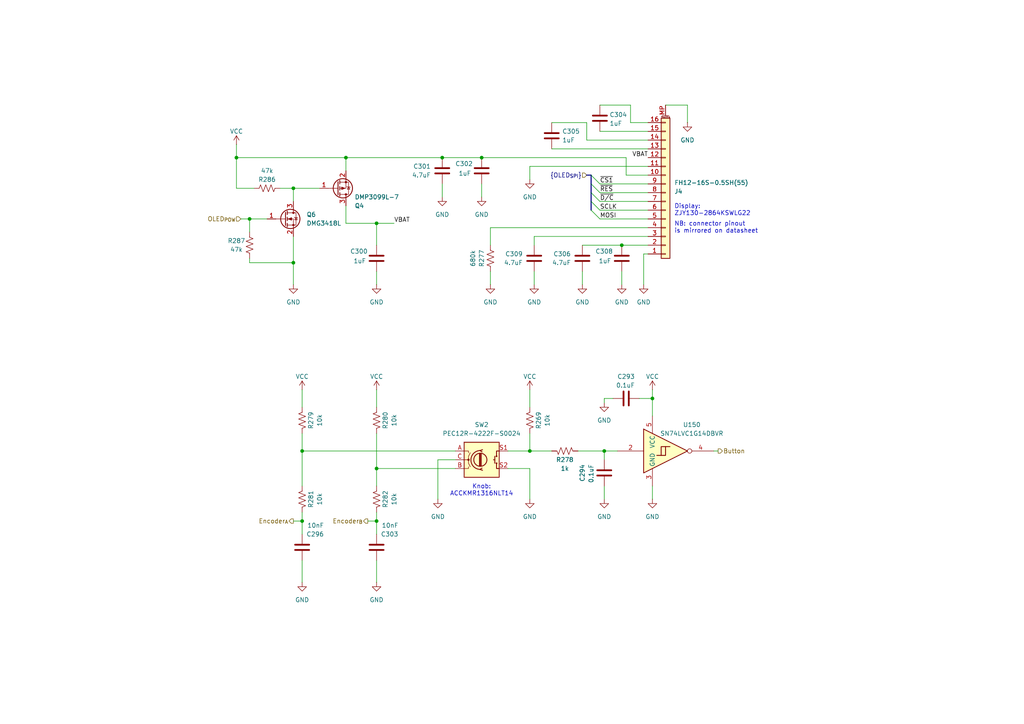
<source format=kicad_sch>
(kicad_sch (version 20250114) (generator "eeschema") (generator_version "9.0")
  (paper "A4")
  (title_block (title "Extracellular Electrophysiology Test Board") (rev "C") (company "Open Ephys, Inc") (comment 1 "Jonathan P. Newman"))
  (lib_symbols
    (symbol "74xGxx:74LVC1G14"
      (property "Reference" "U" (at 0 3.81 0))
      (property "Value" "74LVC1G14" (at 0 -3.81 0))
      (symbol "74LVC1G14_0_1"
        (polyline (pts (xy -7.62 6.35) (xy -7.62 -6.35) (xy 5.08 0) (xy -7.62 6.35)) (stroke (width 0.254)) (fill (type background)))
      )
      (symbol "74LVC1G14_1_1"
        (polyline (pts (xy -3.81 -1.27) (xy -1.27 -1.27) (xy -1.27 1.27)) (stroke (width 0.254)))
        (polyline (pts (xy -2.54 -1.27) (xy -2.54 1.27) (xy 0 1.27)) (stroke (width 0.254)))
        (pin input line (at -15.24 0 0) (length 7.62) (name "~") (number "2"))
        (pin no_connect line (at -7.62 5.08 180) (length 5.08) (hide yes) (name "NC") (number "1"))
        (pin power_in line (at -5.08 10.16 270) (length 5.08) (name "VCC") (number "5"))
        (pin power_in line (at -5.08 -10.16 90) (length 5.08) (name "GND") (number "3"))
        (pin output inverted (at 12.7 0 180) (length 7.62) (name "~") (number "4"))
      )
    )
    (symbol "Connector_Generic_MountingPin:Conn_01x16_MountingPin" (pin_names (offset 1.016) (hide yes))
      (property "Reference" "J" (at 0 20.32 0))
      (property "Value" "Conn_01x16_MountingPin" (at 1.27 -22.86 0))
      (symbol "Conn_01x16_MountingPin_1_1"
        (rectangle (start -1.27 19.05) (end 1.27 -21.59) (stroke (width 0.254)) (fill (type background)))
        (rectangle (start -1.27 17.907) (end 0 17.653) (stroke (width 0.1524)))
        (rectangle (start -1.27 15.367) (end 0 15.113) (stroke (width 0.1524)))
        (rectangle (start -1.27 12.827) (end 0 12.573) (stroke (width 0.1524)))
        (rectangle (start -1.27 10.287) (end 0 10.033) (stroke (width 0.1524)))
        (rectangle (start -1.27 7.747) (end 0 7.493) (stroke (width 0.1524)))
        (rectangle (start -1.27 5.207) (end 0 4.953) (stroke (width 0.1524)))
        (rectangle (start -1.27 2.667) (end 0 2.413) (stroke (width 0.1524)))
        (rectangle (start -1.27 0.127) (end 0 -0.127) (stroke (width 0.1524)))
        (rectangle (start -1.27 -2.413) (end 0 -2.667) (stroke (width 0.1524)))
        (rectangle (start -1.27 -4.953) (end 0 -5.207) (stroke (width 0.1524)))
        (rectangle (start -1.27 -7.493) (end 0 -7.747) (stroke (width 0.1524)))
        (rectangle (start -1.27 -10.033) (end 0 -10.287) (stroke (width 0.1524)))
        (rectangle (start -1.27 -12.573) (end 0 -12.827) (stroke (width 0.1524)))
        (rectangle (start -1.27 -15.113) (end 0 -15.367) (stroke (width 0.1524)))
        (rectangle (start -1.27 -17.653) (end 0 -17.907) (stroke (width 0.1524)))
        (rectangle (start -1.27 -20.193) (end 0 -20.447) (stroke (width 0.1524)))
        (polyline (pts (xy -1.016 -22.352) (xy 1.016 -22.352)) (stroke (width 0.1524)))
        (text "Mounting" (at 0 -21.971 0) (effects (font (size 0.381 0.381))))
        (pin passive line (at -5.08 17.78 0) (length 3.81) (name "Pin_1") (number "1"))
        (pin passive line (at -5.08 15.24 0) (length 3.81) (name "Pin_2") (number "2"))
        (pin passive line (at -5.08 12.7 0) (length 3.81) (name "Pin_3") (number "3"))
        (pin passive line (at -5.08 10.16 0) (length 3.81) (name "Pin_4") (number "4"))
        (pin passive line (at -5.08 7.62 0) (length 3.81) (name "Pin_5") (number "5"))
        (pin passive line (at -5.08 5.08 0) (length 3.81) (name "Pin_6") (number "6"))
        (pin passive line (at -5.08 2.54 0) (length 3.81) (name "Pin_7") (number "7"))
        (pin passive line (at -5.08 0 0) (length 3.81) (name "Pin_8") (number "8"))
        (pin passive line (at -5.08 -2.54 0) (length 3.81) (name "Pin_9") (number "9"))
        (pin passive line (at -5.08 -5.08 0) (length 3.81) (name "Pin_10") (number "10"))
        (pin passive line (at -5.08 -7.62 0) (length 3.81) (name "Pin_11") (number "11"))
        (pin passive line (at -5.08 -10.16 0) (length 3.81) (name "Pin_12") (number "12"))
        (pin passive line (at -5.08 -12.7 0) (length 3.81) (name "Pin_13") (number "13"))
        (pin passive line (at -5.08 -15.24 0) (length 3.81) (name "Pin_14") (number "14"))
        (pin passive line (at -5.08 -17.78 0) (length 3.81) (name "Pin_15") (number "15"))
        (pin passive line (at -5.08 -20.32 0) (length 3.81) (name "Pin_16") (number "16"))
        (pin passive line (at 0 -25.4 90) (length 3.048) (name "MountPin") (number "MP"))
      )
    )
    (symbol "Device:C" (pin_numbers (hide yes)) (pin_names (offset 0.254))
      (property "Reference" "C" (at 0.635 2.54 0))
      (property "Value" "C" (at 0.635 -2.54 0))
      (symbol "C_0_1"
        (polyline (pts (xy -2.032 0.762) (xy 2.032 0.762)) (stroke (width 0.508)))
        (polyline (pts (xy -2.032 -0.762) (xy 2.032 -0.762)) (stroke (width 0.508)))
      )
      (symbol "C_1_1"
        (pin passive line (at 0 3.81 270) (length 2.794) (name "~") (number "1"))
        (pin passive line (at 0 -3.81 90) (length 2.794) (name "~") (number "2"))
      )
    )
    (symbol "Device:R_US" (pin_numbers (hide yes)) (pin_names (offset 0))
      (property "Reference" "R" (at 2.54 0 90))
      (property "Value" "R_US" (at -2.54 0 90))
      (symbol "R_US_0_1"
        (polyline (pts (xy 0 2.286) (xy 0 2.54)))
        (polyline (pts (xy 0 2.286) (xy 1.016 1.905) (xy 0 1.524) (xy -1.016 1.143) (xy 0 0.762)))
        (polyline (pts (xy 0 0.762) (xy 1.016 0.381) (xy 0 0) (xy -1.016 -0.381) (xy 0 -0.762)))
        (polyline (pts (xy 0 -0.762) (xy 1.016 -1.143) (xy 0 -1.524) (xy -1.016 -1.905) (xy 0 -2.286)))
        (polyline (pts (xy 0 -2.286) (xy 0 -2.54)))
      )
      (symbol "R_US_1_1"
        (pin passive line (at 0 3.81 270) (length 1.27) (name "~") (number "1"))
        (pin passive line (at 0 -3.81 90) (length 1.27) (name "~") (number "2"))
      )
    )
    (symbol "Device:RotaryEncoder_Switch" (pin_names (offset 0.254) (hide yes))
      (property "Reference" "SW" (at 0 6.604 0))
      (property "Value" "RotaryEncoder_Switch" (at 0 -6.604 0))
      (symbol "RotaryEncoder_Switch_0_1"
        (rectangle (start -5.08 5.08) (end 5.08 -5.08) (stroke (width 0.254)) (fill (type background)))
        (polyline (pts (xy -5.08 2.54) (xy -3.81 2.54) (xy -3.81 2.032)))
        (polyline (pts (xy -5.08 0) (xy -3.81 0) (xy -3.81 -1.016) (xy -3.302 -2.032)))
        (polyline (pts (xy -5.08 -2.54) (xy -3.81 -2.54) (xy -3.81 -2.032)))
        (polyline (pts (xy -4.318 0) (xy -3.81 0) (xy -3.81 1.016) (xy -3.302 2.032)))
        (circle (center -3.81 0) (radius 0.254) (fill (type outline)))
        (polyline (pts (xy -0.635 -1.778) (xy -0.635 1.778)) (stroke (width 0.254)))
        (circle (center -0.381 0) (radius 1.905) (stroke (width 0.254)))
        (polyline (pts (xy -0.381 -1.778) (xy -0.381 1.778)) (stroke (width 0.254)))
        (arc (start -0.381 -2.794) (mid -3.0988 -0.0635) (end -0.381 2.667) (stroke (width 0.254)))
        (polyline (pts (xy -0.127 1.778) (xy -0.127 -1.778)) (stroke (width 0.254)))
        (polyline (pts (xy 0.254 2.921) (xy -0.508 2.667) (xy 0.127 2.286)) (stroke (width 0.254)))
        (polyline (pts (xy 0.254 -3.048) (xy -0.508 -2.794) (xy 0.127 -2.413)) (stroke (width 0.254)))
        (polyline (pts (xy 3.81 1.016) (xy 3.81 -1.016)) (stroke (width 0.254)))
        (polyline (pts (xy 3.81 0) (xy 3.429 0)) (stroke (width 0.254)))
        (circle (center 4.318 1.016) (radius 0.127) (stroke (width 0.254)))
        (circle (center 4.318 -1.016) (radius 0.127) (stroke (width 0.254)))
        (polyline (pts (xy 5.08 2.54) (xy 4.318 2.54) (xy 4.318 1.016)) (stroke (width 0.254)))
        (polyline (pts (xy 5.08 -2.54) (xy 4.318 -2.54) (xy 4.318 -1.016)) (stroke (width 0.254)))
      )
      (symbol "RotaryEncoder_Switch_1_1"
        (pin passive line (at -7.62 2.54 0) (length 2.54) (name "A") (number "A"))
        (pin passive line (at -7.62 0 0) (length 2.54) (name "C") (number "C"))
        (pin passive line (at -7.62 -2.54 0) (length 2.54) (name "B") (number "B"))
        (pin passive line (at 7.62 2.54 180) (length 2.54) (name "S1") (number "S1"))
        (pin passive line (at 7.62 -2.54 180) (length 2.54) (name "S2") (number "S2"))
      )
    )
    (symbol "Transistor_FET:DMG2301L" (pin_names (hide yes))
      (property "Reference" "Q" (at 5.08 1.905 0))
      (property "Value" "DMG2301L" (at 5.08 0 0))
      (symbol "DMG2301L_0_1"
        (polyline (pts (xy 0.254 1.905) (xy 0.254 -1.905)) (stroke (width 0.254)))
        (polyline (pts (xy 0.254 0) (xy -2.54 0)))
        (polyline (pts (xy 0.762 2.286) (xy 0.762 1.27)) (stroke (width 0.254)))
        (polyline (pts (xy 0.762 1.778) (xy 3.302 1.778) (xy 3.302 -1.778) (xy 0.762 -1.778)))
        (polyline (pts (xy 0.762 0.508) (xy 0.762 -0.508)) (stroke (width 0.254)))
        (polyline (pts (xy 0.762 -1.27) (xy 0.762 -2.286)) (stroke (width 0.254)))
        (circle (center 1.651 0) (radius 2.794) (stroke (width 0.254)))
        (polyline (pts (xy 2.286 0) (xy 1.27 0.381) (xy 1.27 -0.381) (xy 2.286 0)) (fill (type outline)))
        (polyline (pts (xy 2.54 2.54) (xy 2.54 1.778)))
        (circle (center 2.54 1.778) (radius 0.254) (fill (type outline)))
        (circle (center 2.54 -1.778) (radius 0.254) (fill (type outline)))
        (polyline (pts (xy 2.54 -2.54) (xy 2.54 0) (xy 0.762 0)))
        (polyline (pts (xy 2.794 -0.508) (xy 2.921 -0.381) (xy 3.683 -0.381) (xy 3.81 -0.254)))
        (polyline (pts (xy 3.302 -0.381) (xy 2.921 0.254) (xy 3.683 0.254) (xy 3.302 -0.381)))
      )
      (symbol "DMG2301L_1_1"
        (pin input line (at -5.08 0 0) (length 2.54) (name "G") (number "1"))
        (pin passive line (at 2.54 5.08 270) (length 2.54) (name "D") (number "3"))
        (pin passive line (at 2.54 -5.08 90) (length 2.54) (name "S") (number "2"))
      )
    )
    (symbol "Transistor_FET:DMG3414U" (pin_names (hide yes))
      (property "Reference" "Q" (at 5.08 1.905 0))
      (property "Value" "DMG3414U" (at 5.08 0 0))
      (symbol "DMG3414U_0_1"
        (polyline (pts (xy 0.254 1.905) (xy 0.254 -1.905)) (stroke (width 0.254)))
        (polyline (pts (xy 0.254 0) (xy -2.54 0)))
        (polyline (pts (xy 0.762 2.286) (xy 0.762 1.27)) (stroke (width 0.254)))
        (polyline (pts (xy 0.762 0.508) (xy 0.762 -0.508)) (stroke (width 0.254)))
        (polyline (pts (xy 0.762 -1.27) (xy 0.762 -2.286)) (stroke (width 0.254)))
        (polyline (pts (xy 0.762 -1.778) (xy 3.302 -1.778) (xy 3.302 1.778) (xy 0.762 1.778)))
        (polyline (pts (xy 1.016 0) (xy 2.032 0.381) (xy 2.032 -0.381) (xy 1.016 0)) (fill (type outline)))
        (circle (center 1.651 0) (radius 2.794) (stroke (width 0.254)))
        (polyline (pts (xy 2.54 2.54) (xy 2.54 1.778)))
        (circle (center 2.54 1.778) (radius 0.254) (fill (type outline)))
        (circle (center 2.54 -1.778) (radius 0.254) (fill (type outline)))
        (polyline (pts (xy 2.54 -2.54) (xy 2.54 0) (xy 0.762 0)))
        (polyline (pts (xy 2.794 0.508) (xy 2.921 0.381) (xy 3.683 0.381) (xy 3.81 0.254)))
        (polyline (pts (xy 3.302 0.381) (xy 2.921 -0.254) (xy 3.683 -0.254) (xy 3.302 0.381)))
      )
      (symbol "DMG3414U_1_1"
        (pin input line (at -5.08 0 0) (length 2.54) (name "G") (number "1"))
        (pin passive line (at 2.54 5.08 270) (length 2.54) (name "D") (number "3"))
        (pin passive line (at 2.54 -5.08 90) (length 2.54) (name "S") (number "2"))
      )
    )
    (symbol "power:GND" (power) (pin_numbers (hide yes)) (pin_names (offset 0) (hide yes))
      (property "Value" "GND" (at 0 -3.81 0))
      (symbol "GND_0_1"
        (polyline (pts (xy 0 0) (xy 0 -1.27) (xy 1.27 -1.27) (xy 0 -2.54) (xy -1.27 -1.27) (xy 0 -1.27)))
      )
      (symbol "GND_1_1"
        (pin power_in line (at 0 0 270) (length 0) (name "~") (number "1"))
      )
    )
    (symbol "power:VCC" (power) (pin_numbers (hide yes)) (pin_names (offset 0) (hide yes))
      (property "Value" "VCC" (at 0 3.556 0))
      (symbol "VCC_0_1"
        (polyline (pts (xy -0.762 1.27) (xy 0 2.54)))
        (polyline (pts (xy 0 2.54) (xy 0.762 1.27)))
        (polyline (pts (xy 0 0) (xy 0 2.54)))
      )
      (symbol "VCC_1_1"
        (pin power_in line (at 0 0 90) (length 0) (name "~") (number "1"))
      )
    )
  )
  (bus_alias "OLED_{SPI}" (members "~{RES}" "~{D/C}" "~{CS1}" "SCLK" "MOSI"))
  (text "Display:\nZJY130-2864KSWLG22" (at 195.58 60.96 0) (effects (font (size 1.27 1.27)) (justify left)))
  (text "Knob:\nACCKMR1316NLT14" (at 139.7 142.24 0) (effects (font (size 1.27 1.27))))
  (text "NB: connector pinout\nis mirrored on datasheet" (at 195.58 66.04 0) (effects (font (size 1.27 1.27)) (justify left)))
  (junction (at 139.7 45.72))
  (junction (at 128.27 45.72))
  (junction (at 85.09 76.2))
  (junction (at 72.39 63.5))
  (junction (at 100.33 45.72))
  (junction (at 180.34 71.12))
  (junction (at 68.58 45.72))
  (junction (at 153.67 130.81))
  (junction (at 87.63 151.13))
  (junction (at 87.63 130.81))
  (junction (at 85.09 54.61))
  (junction (at 189.23 115.57))
  (junction (at 175.26 130.81))
  (junction (at 109.22 135.89))
  (junction (at 109.22 64.77))
  (junction (at 109.22 151.13))
  (bus_entry (at 171.45 55.88) (size 2.54 2.54))
  (bus_entry (at 171.45 60.96) (size 2.54 2.54))
  (bus_entry (at 171.45 58.42) (size 2.54 2.54))
  (bus_entry (at 171.45 53.34) (size 2.54 2.54))
  (bus_entry (at 171.45 50.8) (size 2.54 2.54))
  (wire (pts (xy 187.96 68.58) (xy 154.94 68.58)))
  (wire (pts (xy 106.68 151.13) (xy 109.22 151.13)))
  (wire (pts (xy 173.99 58.42) (xy 187.96 58.42)))
  (wire (pts (xy 109.22 148.59) (xy 109.22 151.13)))
  (wire (pts (xy 77.47 63.5) (xy 72.39 63.5)))
  (wire (pts (xy 72.39 63.5) (xy 72.39 67.31)))
  (wire (pts (xy 175.26 116.84) (xy 175.26 115.57)))
  (wire (pts (xy 175.26 140.97) (xy 175.26 144.78)))
  (wire (pts (xy 87.63 151.13) (xy 87.63 154.94)))
  (wire (pts (xy 147.32 130.81) (xy 153.67 130.81)))
  (wire (pts (xy 68.58 54.61) (xy 73.66 54.61)))
  (wire (pts (xy 68.58 45.72) (xy 100.33 45.72)))
  (wire (pts (xy 109.22 113.03) (xy 109.22 118.11)))
  (wire (pts (xy 199.39 30.48) (xy 199.39 35.56)))
  (wire (pts (xy 100.33 64.77) (xy 109.22 64.77)))
  (wire (pts (xy 109.22 78.74) (xy 109.22 82.55)))
  (wire (pts (xy 170.18 40.64) (xy 187.96 40.64)))
  (bus (pts (xy 171.45 53.34) (xy 171.45 55.88)))
  (wire (pts (xy 181.61 45.72) (xy 181.61 50.8)))
  (wire (pts (xy 154.94 68.58) (xy 154.94 71.12)))
  (wire (pts (xy 87.63 162.56) (xy 87.63 168.91)))
  (wire (pts (xy 173.99 55.88) (xy 187.96 55.88)))
  (wire (pts (xy 193.04 30.48) (xy 199.39 30.48)))
  (wire (pts (xy 180.34 78.74) (xy 180.34 82.55)))
  (wire (pts (xy 85.09 68.58) (xy 85.09 76.2)))
  (wire (pts (xy 175.26 130.81) (xy 175.26 133.35)))
  (wire (pts (xy 109.22 135.89) (xy 109.22 140.97)))
  (wire (pts (xy 87.63 113.03) (xy 87.63 118.11)))
  (wire (pts (xy 153.67 125.73) (xy 153.67 130.81)))
  (wire (pts (xy 142.24 66.04) (xy 187.96 66.04)))
  (wire (pts (xy 173.99 63.5) (xy 187.96 63.5)))
  (wire (pts (xy 128.27 53.34) (xy 128.27 57.15)))
  (bus (pts (xy 171.45 58.42) (xy 171.45 60.96)))
  (wire (pts (xy 72.39 74.93) (xy 72.39 76.2)))
  (wire (pts (xy 142.24 78.74) (xy 142.24 82.55)))
  (wire (pts (xy 127 133.35) (xy 127 144.78)))
  (wire (pts (xy 175.26 115.57) (xy 177.8 115.57)))
  (wire (pts (xy 87.63 130.81) (xy 87.63 140.97)))
  (wire (pts (xy 139.7 53.34) (xy 139.7 57.15)))
  (wire (pts (xy 142.24 66.04) (xy 142.24 71.12)))
  (wire (pts (xy 175.26 130.81) (xy 179.07 130.81)))
  (wire (pts (xy 170.18 35.56) (xy 170.18 40.64)))
  (wire (pts (xy 109.22 162.56) (xy 109.22 168.91)))
  (wire (pts (xy 72.39 76.2) (xy 85.09 76.2)))
  (wire (pts (xy 189.23 140.97) (xy 189.23 144.78)))
  (wire (pts (xy 85.09 151.13) (xy 87.63 151.13)))
  (wire (pts (xy 168.91 71.12) (xy 180.34 71.12)))
  (wire (pts (xy 185.42 115.57) (xy 189.23 115.57)))
  (wire (pts (xy 181.61 50.8) (xy 187.96 50.8)))
  (wire (pts (xy 173.99 60.96) (xy 187.96 60.96)))
  (wire (pts (xy 85.09 54.61) (xy 92.71 54.61)))
  (wire (pts (xy 153.67 48.26) (xy 153.67 52.07)))
  (wire (pts (xy 68.58 41.91) (xy 68.58 45.72)))
  (wire (pts (xy 132.08 133.35) (xy 127 133.35)))
  (wire (pts (xy 109.22 151.13) (xy 109.22 154.94)))
  (wire (pts (xy 153.67 135.89) (xy 153.67 144.78)))
  (wire (pts (xy 173.99 30.48) (xy 182.88 30.48)))
  (wire (pts (xy 128.27 45.72) (xy 139.7 45.72)))
  (wire (pts (xy 139.7 45.72) (xy 181.61 45.72)))
  (wire (pts (xy 85.09 76.2) (xy 85.09 82.55)))
  (wire (pts (xy 186.69 73.66) (xy 186.69 82.55)))
  (wire (pts (xy 100.33 59.69) (xy 100.33 64.77)))
  (wire (pts (xy 85.09 54.61) (xy 85.09 58.42)))
  (wire (pts (xy 109.22 135.89) (xy 132.08 135.89)))
  (wire (pts (xy 87.63 130.81) (xy 132.08 130.81)))
  (bus (pts (xy 171.45 55.88) (xy 171.45 58.42)))
  (wire (pts (xy 100.33 45.72) (xy 100.33 49.53)))
  (wire (pts (xy 168.91 78.74) (xy 168.91 82.55)))
  (wire (pts (xy 68.58 54.61) (xy 68.58 45.72)))
  (wire (pts (xy 153.67 130.81) (xy 160.02 130.81)))
  (wire (pts (xy 167.64 130.81) (xy 175.26 130.81)))
  (wire (pts (xy 109.22 71.12) (xy 109.22 64.77)))
  (wire (pts (xy 182.88 30.48) (xy 182.88 35.56)))
  (wire (pts (xy 109.22 64.77) (xy 114.3 64.77)))
  (wire (pts (xy 160.02 35.56) (xy 170.18 35.56)))
  (bus (pts (xy 171.45 50.8) (xy 171.45 53.34)))
  (wire (pts (xy 189.23 115.57) (xy 189.23 120.65)))
  (wire (pts (xy 109.22 125.73) (xy 109.22 135.89)))
  (wire (pts (xy 153.67 48.26) (xy 187.96 48.26)))
  (wire (pts (xy 160.02 43.18) (xy 187.96 43.18)))
  (wire (pts (xy 87.63 148.59) (xy 87.63 151.13)))
  (wire (pts (xy 72.39 63.5) (xy 69.85 63.5)))
  (wire (pts (xy 81.28 54.61) (xy 85.09 54.61)))
  (wire (pts (xy 173.99 53.34) (xy 187.96 53.34)))
  (wire (pts (xy 153.67 113.03) (xy 153.67 118.11)))
  (bus (pts (xy 170.18 50.8) (xy 171.45 50.8)))
  (wire (pts (xy 180.34 71.12) (xy 187.96 71.12)))
  (wire (pts (xy 147.32 135.89) (xy 153.67 135.89)))
  (wire (pts (xy 154.94 78.74) (xy 154.94 82.55)))
  (wire (pts (xy 189.23 113.03) (xy 189.23 115.57)))
  (wire (pts (xy 87.63 125.73) (xy 87.63 130.81)))
  (wire (pts (xy 187.96 35.56) (xy 182.88 35.56)))
  (wire (pts (xy 173.99 38.1) (xy 187.96 38.1)))
  (wire (pts (xy 187.96 73.66) (xy 186.69 73.66)))
  (wire (pts (xy 208.28 130.81) (xy 207.01 130.81)))
  (wire (pts (xy 100.33 45.72) (xy 128.27 45.72)))
  (label "VBAT" (at 187.96 45.72 180))
  (label "~{CS1}" (at 173.99 53.34 0))
  (label "~{D{slash}C}" (at 173.99 58.42 0))
  (label "SCLK" (at 173.99 60.96 0))
  (label "MOSI" (at 173.99 63.5 0))
  (label "VBAT" (at 114.3 64.77 0))
  (label "~{RES}" (at 173.99 55.88 0))
  (hierarchical_label "Encoder_{B}" (shape output) (at 106.68 151.13 180))
  (hierarchical_label "{OLED_{SPI}}" (shape input) (at 170.18 50.8 180))
  (hierarchical_label "Encoder_{A}" (shape output) (at 85.09 151.13 180))
  (hierarchical_label "OLED_{POW}" (shape input) (at 69.85 63.5 180))
  (hierarchical_label "Button" (shape output) (at 208.28 130.81 0))
  (symbol (lib_id "Device:R_US") (at 77.47 54.61 270) (unit 1)
    (property "Reference" "R286" (at 77.47 52.07 90))
    (property "Value" "47k" (at 77.47 49.53 90))
    (property "Footprint" "Resistor_SMD:R_0402_1005Metric" (effects (hide yes)))
    (property "Description" "Resistor, US symbol" (effects (hide yes)))
    (property "MPN" "ERJ-2RKF4702X" (effects (hide yes)))
    (property "OEPSPN" "OEPS020017" (effects (hide yes)))
  )
  (symbol (lib_id "power:GND") (at 175.26 116.84 0) (mirror y) (unit 1)
    (property "Reference" "#PWR0743" (effects (hide yes)))
    (property "Value" "GND" (at 175.26 121.92 0))
    (property "Description" "Power symbol creates a global label with name \"GND\" , ground" (effects (hide yes)))
  )
  (symbol (lib_id "Device:R_US") (at 87.63 121.92 0) (mirror y) (unit 1)
    (property "Reference" "R279" (at 90.17 121.92 90))
    (property "Value" "10k" (at 92.71 121.92 90))
    (property "Footprint" "Resistor_SMD:R_0402_1005Metric" (effects (hide yes)))
    (property "Description" "Resistor, US symbol" (effects (hide yes)))
    (property "MPN" "CRCW040210K0FKED" (effects (hide yes)))
    (property "OEPSPN" "OEPS020030" (effects (hide yes)))
  )
  (symbol (lib_id "Device:C") (at 109.22 158.75 0) (unit 1)
    (property "Reference" "C303" (at 115.57 154.94 0) (effects (justify right)))
    (property "Value" "10nF" (at 115.57 152.4 0) (effects (justify right)))
    (property "Footprint" "Capacitor_SMD:C_0402_1005Metric" (effects (hide yes)))
    (property "Description" "Unpolarized capacitor" (effects (hide yes)))
    (property "TempCo" "X7R" (effects (hide yes)))
    (property "MPN" "GRM155R71E103KA01D" (effects (hide yes)))
    (property "OEPSPN" "OEPS010067" (effects (hide yes)))
  )
  (symbol (lib_id "Transistor_FET:DMG3414U") (at 82.55 63.5 0) (unit 1)
    (property "Reference" "Q6" (at 88.9 62.2299 0) (effects (justify left)))
    (property "Value" "DMG3418L" (at 88.9 64.7699 0) (effects (justify left)))
    (property "Footprint" "Package_TO_SOT_SMD:SOT-23" (effects (hide yes)))
    (property "Datasheet" "http://www.diodes.com/assets/Datasheets/ds31739.pdf" (effects (hide yes)))
    (property "Description" "4.2A Id, 20V Vds, N-Channel MOSFET, SOT-23" (effects (hide yes)))
    (property "MPN" "DMG3418L-7" (effects (hide yes)))
    (property "OEPSPN" "OEPS060019" (effects (hide yes)))
  )
  (symbol (lib_id "power:GND") (at 128.27 57.15 0) (mirror y) (unit 1)
    (property "Reference" "#PWR0760" (effects (hide yes)))
    (property "Value" "GND" (at 128.27 62.23 0))
    (property "Description" "Power symbol creates a global label with name \"GND\" , ground" (effects (hide yes)))
  )
  (symbol (lib_id "Device:C") (at 128.27 49.53 0) (mirror y) (unit 1)
    (property "Reference" "C301" (at 124.968 48.26 0) (effects (justify left)))
    (property "Value" "4.7uF" (at 124.968 50.8 0) (effects (justify left)))
    (property "Footprint" "Capacitor_SMD:C_1206_3216Metric" (effects (hide yes)))
    (property "Description" "Unpolarized capacitor" (effects (hide yes)))
    (property "TempCo" "X7R" (effects (hide yes)))
    (property "Voltage" "16V" (effects (hide yes)))
    (property "MPN" "CL31B475KOHNNNE" (effects (hide yes)))
    (property "OEPSPN" "OEPS010081" (effects (hide yes)))
  )
  (symbol (lib_id "Device:R_US") (at 109.22 121.92 0) (mirror y) (unit 1)
    (property "Reference" "R280" (at 111.76 121.92 90))
    (property "Value" "10k" (at 114.3 121.92 90))
    (property "Footprint" "Resistor_SMD:R_0402_1005Metric" (effects (hide yes)))
    (property "Description" "Resistor, US symbol" (effects (hide yes)))
    (property "MPN" "CRCW040210K0FKED" (effects (hide yes)))
    (property "OEPSPN" "OEPS020030" (effects (hide yes)))
  )
  (symbol (lib_id "power:GND") (at 142.24 82.55 0) (mirror y) (unit 1)
    (property "Reference" "#PWR0762" (effects (hide yes)))
    (property "Value" "GND" (at 142.24 87.63 0))
    (property "Description" "Power symbol creates a global label with name \"GND\" , ground" (effects (hide yes)))
  )
  (symbol (lib_id "power:GND") (at 87.63 168.91 0) (mirror y) (unit 1)
    (property "Reference" "#PWR0767" (effects (hide yes)))
    (property "Value" "GND" (at 87.63 173.99 0))
    (property "Description" "Power symbol creates a global label with name \"GND\" , ground" (effects (hide yes)))
  )
  (symbol (lib_id "power:GND") (at 189.23 144.78 0) (mirror y) (unit 1)
    (property "Reference" "#PWR0745" (effects (hide yes)))
    (property "Value" "GND" (at 189.23 149.86 0))
    (property "Description" "Power symbol creates a global label with name \"GND\" , ground" (effects (hide yes)))
  )
  (symbol (lib_id "power:GND") (at 180.34 82.55 0) (mirror y) (unit 1)
    (property "Reference" "#PWR0792" (effects (hide yes)))
    (property "Value" "GND" (at 180.34 87.63 0))
    (property "Description" "Power symbol creates a global label with name \"GND\" , ground" (effects (hide yes)))
  )
  (symbol (lib_id "power:GND") (at 175.26 144.78 0) (mirror y) (unit 1)
    (property "Reference" "#PWR0750" (effects (hide yes)))
    (property "Value" "GND" (at 175.26 149.86 0))
    (property "Description" "Power symbol creates a global label with name \"GND\" , ground" (effects (hide yes)))
  )
  (symbol (lib_id "Device:C") (at 160.02 39.37 180) (unit 1)
    (property "Reference" "C305" (at 163.068 38.1 0) (effects (justify right)))
    (property "Value" "1uF" (at 163.068 40.64 0) (effects (justify right)))
    (property "Footprint" "Capacitor_SMD:C_0603_1608Metric" (effects (hide yes)))
    (property "Description" "Unpolarized capacitor" (effects (hide yes)))
    (property "TempCo" "X5R" (effects (hide yes)))
    (property "Voltage" "16V" (effects (hide yes)))
    (property "MPN" "CL10A105KA8NNNC" (effects (hide yes)))
    (property "OEPSPN" "OEPS010022" (effects (hide yes)))
  )
  (symbol (lib_id "power:GND") (at 153.67 144.78 0) (mirror y) (unit 1)
    (property "Reference" "#PWR0742" (effects (hide yes)))
    (property "Value" "GND" (at 153.67 149.86 0))
    (property "Description" "Power symbol creates a global label with name \"GND\" , ground" (effects (hide yes)))
  )
  (symbol (lib_id "power:GND") (at 186.69 82.55 0) (mirror y) (unit 1)
    (property "Reference" "#PWR0791" (effects (hide yes)))
    (property "Value" "GND" (at 186.69 87.63 0))
    (property "Description" "Power symbol creates a global label with name \"GND\" , ground" (effects (hide yes)))
  )
  (symbol (lib_id "Device:R_US") (at 142.24 74.93 0) (unit 1)
    (property "Reference" "R277" (at 139.7 74.93 90))
    (property "Value" "680k" (at 137.16 74.93 90))
    (property "Footprint" "Resistor_SMD:R_0402_1005Metric" (effects (hide yes)))
    (property "Description" "Resistor, US symbol" (effects (hide yes)))
    (property "MPN" "RC0402FR-13680KL" (effects (hide yes)))
    (property "OEPSPN" "OEPS020176" (effects (hide yes)))
  )
  (symbol (lib_id "power:GND") (at 127 144.78 0) (mirror y) (unit 1)
    (property "Reference" "#PWR0769" (effects (hide yes)))
    (property "Value" "GND" (at 127 149.86 0))
    (property "Description" "Power symbol creates a global label with name \"GND\" , ground" (effects (hide yes)))
  )
  (symbol (lib_id "power:GND") (at 85.09 82.55 0) (mirror y) (unit 1)
    (property "Reference" "#PWR0794" (effects (hide yes)))
    (property "Value" "GND" (at 85.09 87.63 0))
    (property "Description" "Power symbol creates a global label with name \"GND\" , ground" (effects (hide yes)))
  )
  (symbol (lib_id "Device:C") (at 139.7 49.53 0) (mirror x) (unit 1)
    (property "Reference" "C302" (at 137.16 47.498 0) (effects (justify right)))
    (property "Value" "1uF" (at 136.652 50.292 0) (effects (justify right)))
    (property "Footprint" "Capacitor_SMD:C_0603_1608Metric" (effects (hide yes)))
    (property "Description" "Unpolarized capacitor" (effects (hide yes)))
    (property "TempCo" "X5R" (effects (hide yes)))
    (property "Voltage" "16V" (effects (hide yes)))
    (property "MPN" "CL10A105KA8NNNC" (effects (hide yes)))
    (property "OEPSPN" "OEPS010022" (effects (hide yes)))
  )
  (symbol (lib_id "power:GND") (at 109.22 168.91 0) (mirror y) (unit 1)
    (property "Reference" "#PWR0768" (effects (hide yes)))
    (property "Value" "GND" (at 109.22 173.99 0))
    (property "Description" "Power symbol creates a global label with name \"GND\" , ground" (effects (hide yes)))
  )
  (symbol (lib_id "Device:C") (at 168.91 74.93 0) (mirror y) (unit 1)
    (property "Reference" "C306" (at 165.608 73.66 0) (effects (justify left)))
    (property "Value" "4.7uF" (at 165.608 76.2 0) (effects (justify left)))
    (property "Footprint" "Capacitor_SMD:C_1206_3216Metric" (effects (hide yes)))
    (property "Description" "Unpolarized capacitor" (effects (hide yes)))
    (property "TempCo" "X7R" (effects (hide yes)))
    (property "Voltage" "16V" (effects (hide yes)))
    (property "MPN" "CL31B475KOHNNNE" (effects (hide yes)))
    (property "OEPSPN" "OEPS010081" (effects (hide yes)))
  )
  (symbol (lib_id "Device:R_US") (at 153.67 121.92 0) (mirror y) (unit 1)
    (property "Reference" "R269" (at 156.21 121.92 90))
    (property "Value" "10k" (at 158.75 121.92 90))
    (property "Footprint" "Resistor_SMD:R_0402_1005Metric" (effects (hide yes)))
    (property "Description" "Resistor, US symbol" (effects (hide yes)))
    (property "MPN" "CRCW040210K0FKED" (effects (hide yes)))
    (property "OEPSPN" "OEPS020030" (effects (hide yes)))
  )
  (symbol (lib_id "Device:C") (at 175.26 137.16 0) (unit 1)
    (property "Reference" "C294" (at 168.91 134.62 90) (effects (justify right)))
    (property "Value" "0.1uF" (at 171.45 134.62 90) (effects (justify right)))
    (property "Footprint" "Capacitor_SMD:C_0402_1005Metric" (effects (hide yes)))
    (property "Description" "Unpolarized capacitor" (effects (hide yes)))
    (property "TempCo" "X7R" (effects (hide yes)))
    (property "MPN" "C1005X7R1E104K050BB" (effects (hide yes)))
    (property "OEPSPN" "OEPS010050" (effects (hide yes)))
  )
  (symbol (lib_id "power:GND") (at 199.39 35.56 0) (mirror y) (unit 1)
    (property "Reference" "#PWR0793" (effects (hide yes)))
    (property "Value" "GND" (at 199.39 40.64 0))
    (property "Description" "Power symbol creates a global label with name \"GND\" , ground" (effects (hide yes)))
  )
  (symbol (lib_id "Device:C") (at 180.34 74.93 0) (mirror x) (unit 1)
    (property "Reference" "C308" (at 177.8 72.898 0) (effects (justify right)))
    (property "Value" "1uF" (at 177.292 75.692 0) (effects (justify right)))
    (property "Footprint" "Capacitor_SMD:C_0603_1608Metric" (effects (hide yes)))
    (property "Description" "Unpolarized capacitor" (effects (hide yes)))
    (property "TempCo" "X5R" (effects (hide yes)))
    (property "Voltage" "16V" (effects (hide yes)))
    (property "MPN" "CL10A105KA8NNNC" (effects (hide yes)))
    (property "OEPSPN" "OEPS010022" (effects (hide yes)))
  )
  (symbol (lib_id "power:GND") (at 153.67 52.07 0) (mirror y) (unit 1)
    (property "Reference" "#PWR013" (effects (hide yes)))
    (property "Value" "GND" (at 153.67 57.15 0))
    (property "Description" "Power symbol creates a global label with name \"GND\" , ground" (effects (hide yes)))
  )
  (symbol (lib_id "power:VCC") (at 189.23 113.03 0) (mirror y) (unit 1)
    (property "Reference" "#PWR0744" (effects (hide yes)))
    (property "Value" "VCC" (at 189.23 109.22 0))
    (property "Description" "Power symbol creates a global label with name \"VCC\"" (effects (hide yes)))
  )
  (symbol (lib_id "74xGxx:74LVC1G14") (at 194.31 130.81 0) (unit 1)
    (property "Reference" "U150" (at 200.66 123.19 0))
    (property "Value" "SN74LVC1G14DBVR" (at 200.66 125.73 0))
    (property "Footprint" "Package_TO_SOT_SMD:SOT-23-5" (effects (hide yes)))
    (property "Datasheet" "https://www.ti.com/lit/sg/scyt129e/scyt129e.pdf" (effects (hide yes)))
    (property "Description" "Single Schmitt NOT Gate, Low-Voltage CMOS" (effects (hide yes)))
    (property "MPN" "SN74LVC1G14DBVR" (effects (hide yes)))
    (property "OEPSPN" "OEPS080160" (effects (hide yes)))
  )
  (symbol (lib_id "power:VCC") (at 87.63 113.03 0) (mirror y) (unit 1)
    (property "Reference" "#PWR0765" (effects (hide yes)))
    (property "Value" "VCC" (at 87.63 109.22 0))
    (property "Description" "Power symbol creates a global label with name \"VCC\"" (effects (hide yes)))
  )
  (symbol (lib_id "power:GND") (at 139.7 57.15 0) (mirror y) (unit 1)
    (property "Reference" "#PWR0761" (effects (hide yes)))
    (property "Value" "GND" (at 139.7 62.23 0))
    (property "Description" "Power symbol creates a global label with name \"GND\" , ground" (effects (hide yes)))
  )
  (symbol (lib_id "Device:R_US") (at 163.83 130.81 90) (mirror x) (unit 1)
    (property "Reference" "R278" (at 163.83 133.35 90))
    (property "Value" "1k" (at 163.83 135.89 90))
    (property "Footprint" "Resistor_SMD:R_0402_1005Metric" (effects (hide yes)))
    (property "Description" "Resistor, US symbol" (effects (hide yes)))
    (property "MPN" "CRCW04021K00FKED" (effects (hide yes)))
    (property "OEPSPN" "OEPS020027" (effects (hide yes)))
  )
  (symbol (lib_id "power:VCC") (at 109.22 113.03 0) (mirror y) (unit 1)
    (property "Reference" "#PWR0766" (effects (hide yes)))
    (property "Value" "VCC" (at 109.22 109.22 0))
    (property "Description" "Power symbol creates a global label with name \"VCC\"" (effects (hide yes)))
  )
  (symbol (lib_id "Device:C") (at 154.94 74.93 0) (mirror y) (unit 1)
    (property "Reference" "C309" (at 151.638 73.66 0) (effects (justify left)))
    (property "Value" "4.7uF" (at 151.638 76.2 0) (effects (justify left)))
    (property "Footprint" "Capacitor_SMD:C_1206_3216Metric" (effects (hide yes)))
    (property "Description" "Unpolarized capacitor" (effects (hide yes)))
    (property "TempCo" "X7R" (effects (hide yes)))
    (property "Voltage" "16V" (effects (hide yes)))
    (property "MPN" "CL31B475KOHNNNE" (effects (hide yes)))
    (property "OEPSPN" "OEPS010081" (effects (hide yes)))
  )
  (symbol (lib_id "Device:C") (at 173.99 34.29 180) (unit 1)
    (property "Reference" "C304" (at 176.784 33.274 0) (effects (justify right)))
    (property "Value" "1uF" (at 176.784 35.814 0) (effects (justify right)))
    (property "Footprint" "Capacitor_SMD:C_0603_1608Metric" (effects (hide yes)))
    (property "Description" "Unpolarized capacitor" (effects (hide yes)))
    (property "TempCo" "X5R" (effects (hide yes)))
    (property "Voltage" "16V" (effects (hide yes)))
    (property "MPN" "CL10A105KA8NNNC" (effects (hide yes)))
    (property "OEPSPN" "OEPS010022" (effects (hide yes)))
  )
  (symbol (lib_id "Transistor_FET:DMG2301L") (at 97.79 54.61 0) (mirror x) (unit 1)
    (property "Reference" "Q4" (at 102.87 59.69 0) (effects (justify left)))
    (property "Value" "DMP3099L-7" (at 102.87 57.15 0) (effects (justify left)))
    (property "Footprint" "Package_TO_SOT_SMD:SOT-23" (effects (hide yes)))
    (property "Datasheet" "https://www.diodes.com/assets/Datasheets/DMG2301L.pdf" (effects (hide yes)))
    (property "Description" "-3A Id, -20V Vds, P-Channel MOSFET, SOT-23" (effects (hide yes)))
    (property "MPN" "DMP3099L-7" (effects (hide yes)))
    (property "OEPSPN" "OEPS060020" (effects (hide yes)))
  )
  (symbol (lib_id "power:GND") (at 154.94 82.55 0) (mirror y) (unit 1)
    (property "Reference" "#PWR0789" (effects (hide yes)))
    (property "Value" "GND" (at 154.94 87.63 0))
    (property "Description" "Power symbol creates a global label with name \"GND\" , ground" (effects (hide yes)))
  )
  (symbol (lib_id "Device:C") (at 87.63 158.75 0) (unit 1)
    (property "Reference" "C296" (at 93.98 154.94 0) (effects (justify right)))
    (property "Value" "10nF" (at 93.98 152.4 0) (effects (justify right)))
    (property "Footprint" "Capacitor_SMD:C_0402_1005Metric" (effects (hide yes)))
    (property "Description" "Unpolarized capacitor" (effects (hide yes)))
    (property "TempCo" "X7R" (effects (hide yes)))
    (property "MPN" "GRM155R71E103KA01D" (effects (hide yes)))
    (property "OEPSPN" "OEPS010067" (effects (hide yes)))
  )
  (symbol (lib_id "power:GND") (at 168.91 82.55 0) (mirror y) (unit 1)
    (property "Reference" "#PWR0790" (effects (hide yes)))
    (property "Value" "GND" (at 168.91 87.63 0))
    (property "Description" "Power symbol creates a global label with name \"GND\" , ground" (effects (hide yes)))
  )
  (symbol (lib_id "power:VCC") (at 153.67 113.03 0) (mirror y) (unit 1)
    (property "Reference" "#PWR0746" (effects (hide yes)))
    (property "Value" "VCC" (at 153.67 109.22 0))
    (property "Description" "Power symbol creates a global label with name \"VCC\"" (effects (hide yes)))
  )
  (symbol (lib_id "Device:C") (at 181.61 115.57 270) (unit 1)
    (property "Reference" "C293" (at 184.15 109.22 90) (effects (justify right)))
    (property "Value" "0.1uF" (at 184.15 111.76 90) (effects (justify right)))
    (property "Footprint" "Capacitor_SMD:C_0402_1005Metric" (effects (hide yes)))
    (property "Description" "Unpolarized capacitor" (effects (hide yes)))
    (property "TempCo" "X7R" (effects (hide yes)))
    (property "MPN" "C1005X7R1E104K050BB" (effects (hide yes)))
    (property "OEPSPN" "OEPS010050" (effects (hide yes)))
  )
  (symbol (lib_id "power:GND") (at 109.22 82.55 0) (mirror y) (unit 1)
    (property "Reference" "#PWR0759" (effects (hide yes)))
    (property "Value" "GND" (at 109.22 87.63 0))
    (property "Description" "Power symbol creates a global label with name \"GND\" , ground" (effects (hide yes)))
  )
  (symbol (lib_id "power:VCC") (at 68.58 41.91 0) (mirror y) (unit 1)
    (property "Reference" "#PWR0788" (effects (hide yes)))
    (property "Value" "VCC" (at 68.58 38.1 0))
    (property "Description" "Power symbol creates a global label with name \"VCC\"" (effects (hide yes)))
  )
  (symbol (lib_id "Device:R_US") (at 109.22 144.78 0) (mirror y) (unit 1)
    (property "Reference" "R282" (at 111.76 144.78 90))
    (property "Value" "10k" (at 114.3 144.78 90))
    (property "Footprint" "Resistor_SMD:R_0402_1005Metric" (effects (hide yes)))
    (property "Description" "Resistor, US symbol" (effects (hide yes)))
    (property "MPN" "CRCW040210K0FKED" (effects (hide yes)))
    (property "OEPSPN" "OEPS020030" (effects (hide yes)))
  )
  (symbol (lib_id "Connector_Generic_MountingPin:Conn_01x16_MountingPin") (at 193.04 55.88 0) (mirror x) (unit 1)
    (property "Reference" "J4" (at 195.58 55.5245 0) (effects (justify left)))
    (property "Value" "FH12-16S-0.5SH(55)" (at 195.58 52.9845 0) (effects (justify left)))
    (property "Footprint" "Connector_FFC-FPC:Hirose_FH12-16S-0.5SH_1x16-1MP_P0.50mm_Horizontal" (effects (hide yes)))
    (property "Description" "Generic connectable mounting pin connector, single row, 01x16, script generated (kicad-library-utils/schlib/autogen/connector/)" (effects (hide yes)))
    (property "MPN" "FH12-16S-0.5SH(55)" (effects (hide yes)))
    (property "OEPSPN" "OEPS070104" (effects (hide yes)))
  )
  (symbol (lib_id "Device:R_US") (at 87.63 144.78 0) (mirror y) (unit 1)
    (property "Reference" "R281" (at 90.17 144.78 90))
    (property "Value" "10k" (at 92.71 144.78 90))
    (property "Footprint" "Resistor_SMD:R_0402_1005Metric" (effects (hide yes)))
    (property "Description" "Resistor, US symbol" (effects (hide yes)))
    (property "MPN" "CRCW040210K0FKED" (effects (hide yes)))
    (property "OEPSPN" "OEPS020030" (effects (hide yes)))
  )
  (symbol (lib_id "Device:C") (at 109.22 74.93 0) (mirror x) (unit 1)
    (property "Reference" "C300" (at 106.68 72.898 0) (effects (justify right)))
    (property "Value" "1uF" (at 106.172 75.692 0) (effects (justify right)))
    (property "Footprint" "Capacitor_SMD:C_0603_1608Metric" (effects (hide yes)))
    (property "Description" "Unpolarized capacitor" (effects (hide yes)))
    (property "TempCo" "X5R" (effects (hide yes)))
    (property "Voltage" "16V" (effects (hide yes)))
    (property "MPN" "CL10A105KA8NNNC" (effects (hide yes)))
    (property "OEPSPN" "OEPS010022" (effects (hide yes)))
  )
  (symbol (lib_id "Device:R_US") (at 72.39 71.12 0) (unit 1)
    (property "Reference" "R287" (at 68.58 69.85 0))
    (property "Value" "47k" (at 68.58 72.39 0))
    (property "Footprint" "Resistor_SMD:R_0402_1005Metric" (effects (hide yes)))
    (property "Description" "Resistor, US symbol" (effects (hide yes)))
    (property "MPN" "ERJ-2RKF4702X" (effects (hide yes)))
    (property "OEPSPN" "OEPS020017" (effects (hide yes)))
  )
  (symbol (lib_id "Device:RotaryEncoder_Switch") (at 139.7 133.35 0) (unit 1)
    (property "Reference" "SW2" (at 139.7 123.19 0))
    (property "Value" "PEC12R-4222F-S0024" (at 139.7 125.73 0))
    (property "Footprint" "Rotary_Encoder:RotaryEncoder_Bourns_Vertical_PEC12R-3x17F-Sxxxx" (effects (hide yes)))
    (property "Description" "Rotary encoder, dual channel, incremental quadrate outputs, with switch" (effects (hide yes)))
    (property "MPN" "PEC12R-4222F-S0024" (effects (hide yes)))
    (property "OEPSPN" "OEPS070113" (effects (hide yes)))
  )
)
</source>
